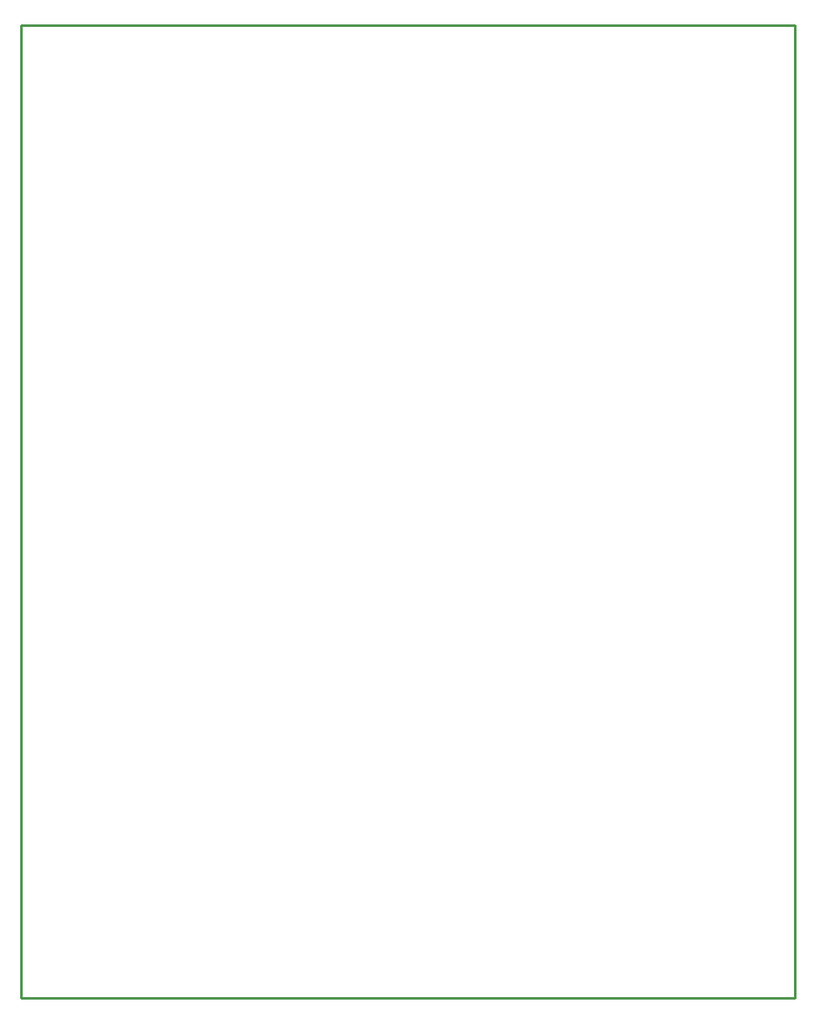
<source format=gko>
G04 Layer: BoardOutlineLayer*
G04 EasyEDA v6.5.20, 2025-08-31 18:04:55*
G04 4654ec591aaf40839b9ddd4dd84afded,10*
G04 Gerber Generator version 0.2*
G04 Scale: 100 percent, Rotated: No, Reflected: No *
G04 Dimensions in millimeters *
G04 leading zeros omitted , absolute positions ,4 integer and 5 decimal *
%FSLAX45Y45*%
%MOMM*%

%ADD10C,0.2540*%
D10*
X0Y9799980D02*
G01*
X7799984Y9799980D01*
X7799984Y0D01*
X0Y0D01*
X0Y9799980D01*

%LPD*%
M02*

</source>
